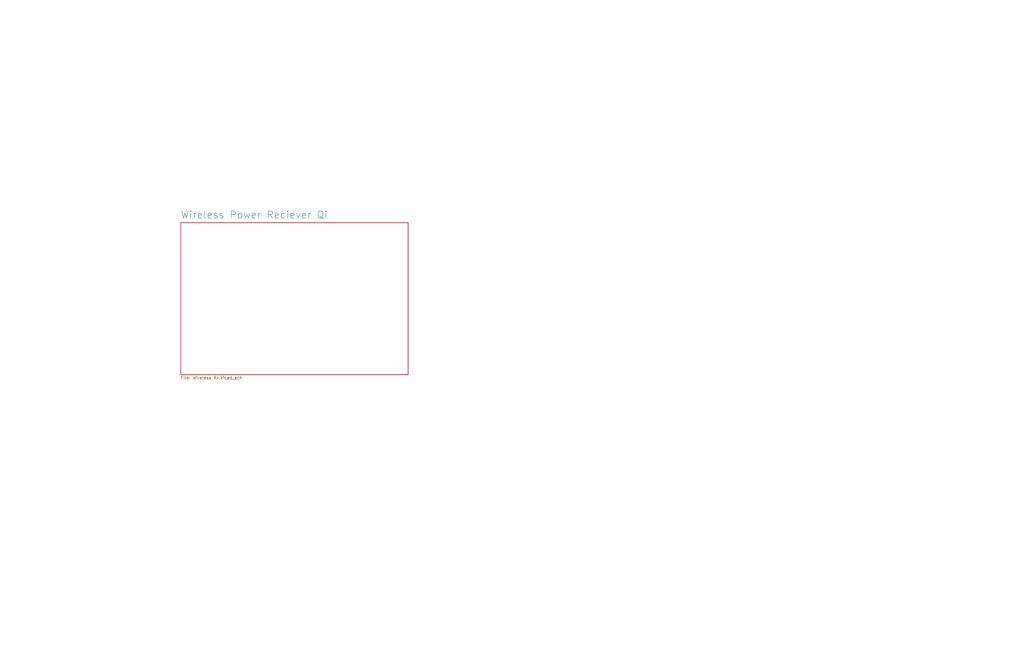
<source format=kicad_sch>
(kicad_sch (version 20230121) (generator eeschema)

  (uuid 92c61e55-0d4d-40b9-a242-e07a5656507b)

  (paper "B")

  (title_block
    (title "WiHi Dev Board")
    (date "2023-03-27")
    (rev "-")
    (comment 1 "Designer: Dylan Gutierrez")
  )

  (lib_symbols
  )


  (sheet (at 76.2 93.98) (size 95.885 64.135) (fields_autoplaced)
    (stroke (width 0.1524) (type solid))
    (fill (color 0 0 0 0.0000))
    (uuid 450c1829-c8d6-47e9-8459-715f4c09f843)
    (property "Sheetname" "Wireless Power Reciever Qi" (at 76.2 92.4034 0)
      (effects (font (size 3 3)) (justify left bottom))
    )
    (property "Sheetfile" "Wireless Rx.kicad_sch" (at 76.2 158.6996 0)
      (effects (font (size 1.27 1.27)) (justify left top))
    )
    (instances
      (project "WiHi"
        (path "/92c61e55-0d4d-40b9-a242-e07a5656507b" (page "2"))
      )
    )
  )

  (sheet_instances
    (path "/" (page "1"))
  )
)

</source>
